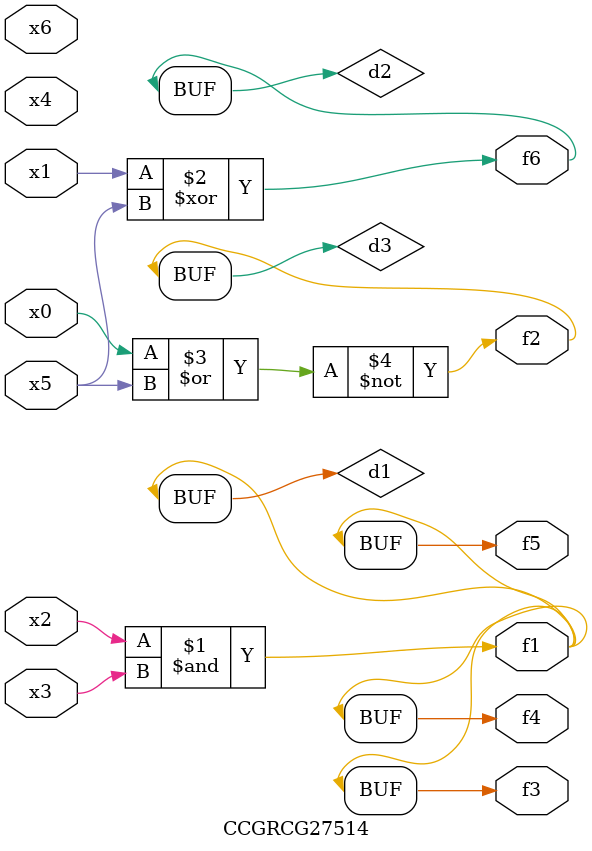
<source format=v>
module CCGRCG27514(
	input x0, x1, x2, x3, x4, x5, x6,
	output f1, f2, f3, f4, f5, f6
);

	wire d1, d2, d3;

	and (d1, x2, x3);
	xor (d2, x1, x5);
	nor (d3, x0, x5);
	assign f1 = d1;
	assign f2 = d3;
	assign f3 = d1;
	assign f4 = d1;
	assign f5 = d1;
	assign f6 = d2;
endmodule

</source>
